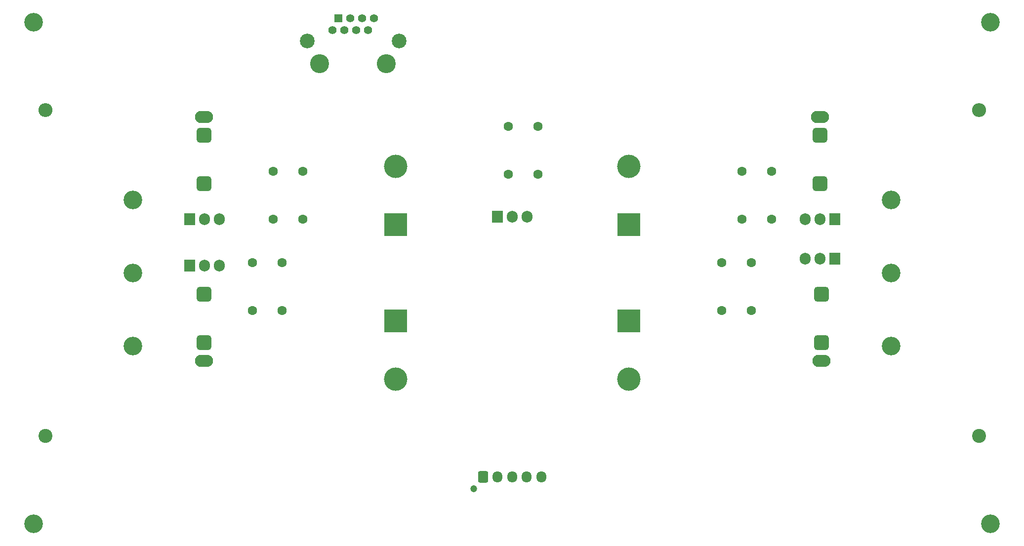
<source format=gbr>
%TF.GenerationSoftware,KiCad,Pcbnew,7.0.7-7.0.7~ubuntu20.04.1*%
%TF.CreationDate,2023-09-07T15:22:03-07:00*%
%TF.ProjectId,strobe-controller,7374726f-6265-42d6-936f-6e74726f6c6c,rev?*%
%TF.SameCoordinates,Original*%
%TF.FileFunction,Soldermask,Bot*%
%TF.FilePolarity,Negative*%
%FSLAX46Y46*%
G04 Gerber Fmt 4.6, Leading zero omitted, Abs format (unit mm)*
G04 Created by KiCad (PCBNEW 7.0.7-7.0.7~ubuntu20.04.1) date 2023-09-07 15:22:03*
%MOMM*%
%LPD*%
G01*
G04 APERTURE LIST*
G04 Aperture macros list*
%AMRoundRect*
0 Rectangle with rounded corners*
0 $1 Rounding radius*
0 $2 $3 $4 $5 $6 $7 $8 $9 X,Y pos of 4 corners*
0 Add a 4 corners polygon primitive as box body*
4,1,4,$2,$3,$4,$5,$6,$7,$8,$9,$2,$3,0*
0 Add four circle primitives for the rounded corners*
1,1,$1+$1,$2,$3*
1,1,$1+$1,$4,$5*
1,1,$1+$1,$6,$7*
1,1,$1+$1,$8,$9*
0 Add four rect primitives between the rounded corners*
20,1,$1+$1,$2,$3,$4,$5,0*
20,1,$1+$1,$4,$5,$6,$7,0*
20,1,$1+$1,$6,$7,$8,$9,0*
20,1,$1+$1,$8,$9,$2,$3,0*%
G04 Aperture macros list end*
%ADD10C,3.200000*%
%ADD11C,1.600200*%
%ADD12R,1.905000X2.000000*%
%ADD13O,1.905000X2.000000*%
%ADD14O,3.100000X2.100000*%
%ADD15RoundRect,0.650000X0.650000X0.650000X-0.650000X0.650000X-0.650000X-0.650000X0.650000X-0.650000X0*%
%ADD16RoundRect,0.650000X-0.650000X-0.650000X0.650000X-0.650000X0.650000X0.650000X-0.650000X0.650000X0*%
%ADD17R,4.000000X4.000000*%
%ADD18C,4.000000*%
%ADD19C,2.400000*%
%ADD20O,2.400000X2.400000*%
%ADD21C,1.200000*%
%ADD22RoundRect,0.250000X-0.600000X-0.725000X0.600000X-0.725000X0.600000X0.725000X-0.600000X0.725000X0*%
%ADD23O,1.700000X1.950000*%
%ADD24C,2.520000*%
%ADD25R,1.398000X1.398000*%
%ADD26C,1.398000*%
%ADD27C,3.250000*%
G04 APERTURE END LIST*
D10*
%TO.C,H106*%
X182000000Y-143000000D03*
%TD*%
%TO.C,H105*%
X18000000Y-143000000D03*
%TD*%
%TO.C,H104*%
X18000000Y-57000000D03*
%TD*%
%TO.C,H103*%
X182000000Y-57000000D03*
%TD*%
D11*
%TO.C,J105*%
X60580000Y-106404200D03*
X60580000Y-98200000D03*
X55500000Y-106404200D03*
X55500000Y-98200000D03*
%TD*%
%TO.C,J104*%
X59020000Y-82545800D03*
X59020000Y-90750000D03*
X64100000Y-82545800D03*
X64100000Y-90750000D03*
%TD*%
%TO.C,J103*%
X135900000Y-98200000D03*
X135900000Y-106404200D03*
X140980000Y-98200000D03*
X140980000Y-106404200D03*
%TD*%
%TO.C,J102*%
X144500000Y-90750000D03*
X144500000Y-82545800D03*
X139420000Y-90750000D03*
X139420000Y-82545800D03*
%TD*%
D10*
%TO.C,H102*%
X35000000Y-87500000D03*
X35000000Y-100000000D03*
X35000000Y-112500000D03*
%TD*%
%TO.C,H101*%
X165000000Y-112500000D03*
X165000000Y-100000000D03*
X165000000Y-87500000D03*
%TD*%
D12*
%TO.C,Q501*%
X44700000Y-90750000D03*
D13*
X47240000Y-90750000D03*
X49780000Y-90750000D03*
%TD*%
D12*
%TO.C,Q401*%
X44700000Y-98750000D03*
D13*
X47240000Y-98750000D03*
X49780000Y-98750000D03*
%TD*%
D12*
%TO.C,Q301*%
X155300000Y-97550000D03*
D13*
X152760000Y-97550000D03*
X150220000Y-97550000D03*
%TD*%
D14*
%TO.C,J502*%
X47200000Y-73270000D03*
D15*
X47200000Y-84670000D03*
X47200000Y-76370000D03*
%TD*%
D14*
%TO.C,J402*%
X47200000Y-115080000D03*
D16*
X47200000Y-103680000D03*
X47200000Y-111980000D03*
%TD*%
D14*
%TO.C,J302*%
X153000000Y-115080000D03*
D16*
X153000000Y-103680000D03*
X153000000Y-111980000D03*
%TD*%
D17*
%TO.C,C501*%
X80000000Y-91750000D03*
D18*
X80000000Y-81750000D03*
%TD*%
%TO.C,C401*%
X80000000Y-118250000D03*
D17*
X80000000Y-108250000D03*
%TD*%
D18*
%TO.C,C301*%
X120000000Y-118250000D03*
D17*
X120000000Y-108250000D03*
%TD*%
D12*
%TO.C,Q201*%
X155300000Y-90750000D03*
D13*
X152760000Y-90750000D03*
X150220000Y-90750000D03*
%TD*%
D14*
%TO.C,J202*%
X152800000Y-73270000D03*
D15*
X152800000Y-84670000D03*
X152800000Y-76370000D03*
%TD*%
D17*
%TO.C,C201*%
X120000000Y-91750000D03*
D18*
X120000000Y-81750000D03*
%TD*%
D19*
%TO.C,R110*%
X20000000Y-127940000D03*
D20*
X20000000Y-72060000D03*
%TD*%
%TO.C,R109*%
X180000000Y-72060000D03*
D19*
X180000000Y-127940000D03*
%TD*%
D21*
%TO.C,D101*%
X93400000Y-137000000D03*
D22*
X95000000Y-135000000D03*
D23*
X97500000Y-135000000D03*
X100000000Y-135000000D03*
X102500000Y-135000000D03*
X105000000Y-135000000D03*
%TD*%
D24*
%TO.C,CO101*%
X80600000Y-60225340D03*
X64900000Y-60225340D03*
D25*
X70215000Y-56335340D03*
D26*
X69195000Y-58365340D03*
X71225000Y-58365340D03*
X74275000Y-56335340D03*
X76305000Y-56335340D03*
X75285000Y-58365340D03*
X72245000Y-56335340D03*
X73255000Y-58365340D03*
D27*
X78465000Y-64085340D03*
X67035000Y-64085340D03*
%TD*%
D11*
%TO.C,J101*%
X99379200Y-74874500D03*
X99379200Y-83078700D03*
X104459200Y-74874500D03*
X104459200Y-83078700D03*
%TD*%
D13*
%TO.C,D103*%
X102540000Y-90355000D03*
X100000000Y-90355000D03*
D12*
X97460000Y-90355000D03*
%TD*%
M02*

</source>
